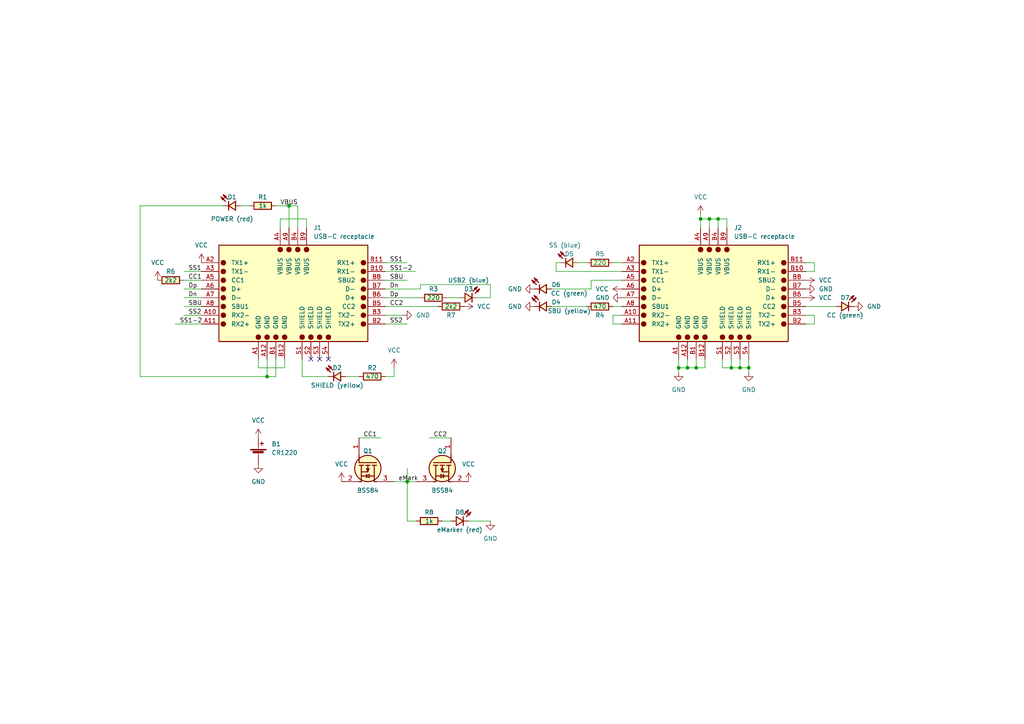
<source format=kicad_sch>
(kicad_sch (version 20211123) (generator eeschema)
  (paper "A4")
  (title_block (title "USB-C cable tester") (date "2022-05-31") (rev "2") (company "CuVoodoo") (comment 1 "King Kévin"))
  (lib_symbols
    (symbol "Device:Battery_Cell" (pin_numbers hide) (pin_names (offset 0) hide)
      (property "Reference" "BT" (at 2.54 2.54 0))
      (property "Value" "Battery_Cell" (at 2.54 0 0))
      (symbol "Battery_Cell_0_1"
        (rectangle (start -2.286 1.778) (end 2.286 1.524) (fill (type outline)))
        (rectangle (start -1.5748 1.1938) (end 1.4732 0.6858) (fill (type outline)))
        (polyline (pts (xy 0 0.762) (xy 0 0)))
        (polyline (pts (xy 0 1.778) (xy 0 2.54)))
        (polyline (pts (xy 0.508 3.429) (xy 1.524 3.429)) (stroke (width 0.254)))
        (polyline (pts (xy 1.016 3.937) (xy 1.016 2.921)) (stroke (width 0.254)))
      )
      (symbol "Battery_Cell_1_1"
        (pin passive line (at 0 5.08 270) (length 2.54) (name "+") (number "1"))
        (pin passive line (at 0 -2.54 90) (length 2.54) (name "-") (number "2"))
      )
    )
    (symbol "mylib:BSS84" (pin_names (offset 1.016) hide)
      (property "Reference" "VT" (at 1.778 4.572 0))
      (property "Value" "BSS84" (at 1.778 -4.572 0))
      (symbol "BSS84_1_1"
        (polyline (pts (xy -3.81 -2.54) (xy -1.7018 -2.54)) (stroke (width 0.3048)))
        (polyline (pts (xy -1.7018 2.54) (xy -1.7018 -2.54)) (stroke (width 0.3048)))
        (polyline (pts (xy -0.9398 -1.8796) (xy 3.81 -1.8796)) (stroke (width 0.3048)))
        (polyline (pts (xy -0.9398 -1.2192) (xy -0.9398 -2.54)) (stroke (width 0.3048)))
        (polyline (pts (xy -0.9398 0) (xy 0.9652 0)) (stroke (width 0.3048)))
        (polyline (pts (xy -0.9398 0.6604) (xy -0.9398 -0.6604)) (stroke (width 0.3048)))
        (polyline (pts (xy -0.9398 1.8796) (xy 3.81 1.8796)) (stroke (width 0.3048)))
        (polyline (pts (xy -0.9398 2.54) (xy -0.9398 1.2192)) (stroke (width 0.3048)))
        (polyline (pts (xy 0.9652 0) (xy 0.9652 -1.8796)) (stroke (width 0.3048)))
        (polyline (pts (xy 1.7272 -0.4064) (xy 2.667 -0.4064)) (stroke (width 0.3048)))
        (polyline (pts (xy 2.1844 -0.4064) (xy 2.1844 -1.8796)) (stroke (width 0.3048)))
        (polyline (pts (xy 2.1844 1.8796) (xy 2.1844 0.4064)) (stroke (width 0.3048)))
        (polyline (pts (xy 3.81 -1.8796) (xy 3.81 -2.54)) (stroke (width 0.3048)))
        (polyline (pts (xy 3.81 1.8796) (xy 3.81 2.54)) (stroke (width 0.3048)))
        (polyline (pts (xy 0 0.381) (xy 0.9652 0) (xy 0 -0.381)) (stroke (width 0.3048)) (fill (type outline)))
        (polyline (pts (xy 1.7272 0.4064) (xy 2.667 0.4064) (xy 2.1844 -0.4064) (xy 1.7272 0.4064)) (stroke (width 0.3048)))
        (circle (center 0 0) (radius 3.81) (stroke (width 0.3048)) (fill (type background)))
        (pin input line (at -8.89 -2.54 0) (length 5.08) (name "G") (number "1"))
        (pin unspecified line (at 3.81 -7.62 90) (length 5.08) (name "S") (number "2"))
        (pin unspecified line (at 3.81 7.62 270) (length 5.08) (name "D") (number "3"))
      )
    )
    (symbol "mylib:LED0805" (pin_numbers hide) (pin_names (offset 1.016) hide)
      (property "Reference" "D" (at 0 2.032 0))
      (property "Value" "LED0805" (at 0 -2.032 0))
      (symbol "LED0805_1_1"
        (polyline (pts (xy 1.016 1.27) (xy 1.016 -1.27)) (stroke (width 0.3048)))
        (polyline (pts (xy 1.27 1.905) (xy 2.54 3.175)) (stroke (width 0.3048)))
        (polyline (pts (xy 1.905 1.27) (xy 3.175 2.54)) (stroke (width 0.3048)))
        (polyline (pts (xy -1.016 1.27) (xy 1.016 0) (xy -1.016 -1.27) (xy -1.016 1.27)) (stroke (width 0.3048)) (fill (type background)))
        (polyline (pts (xy 1.7272 2.7178) (xy 2.54 3.175) (xy 2.0828 2.3622) (xy 1.7272 2.7178)) (stroke (width 0.3048)) (fill (type outline)))
        (polyline (pts (xy 2.3622 2.0828) (xy 3.175 2.54) (xy 2.7178 1.7272) (xy 2.3622 2.0828)) (stroke (width 0.3048)) (fill (type outline)))
        (pin passive line (at 2.54 0 180) (length 1.524) (name "C") (number "1"))
        (pin passive line (at -2.54 0 0) (length 1.524) (name "A") (number "2"))
      )
    )
    (symbol "mylib:R0603" (pin_numbers hide) (pin_names (offset 1.016) hide)
      (property "Reference" "R" (at 0 1.778 0))
      (property "Value" "R0603" (at 0 -1.778 0))
      (symbol "R0603_1_1"
        (rectangle (start -2.54 1.016) (end 2.54 -1.016) (stroke (width 0.3048)) (fill (type background)))
        (pin passive line (at -3.81 0 0) (length 1.27) (name "L") (number "1"))
        (pin passive line (at 3.81 0 180) (length 1.27) (name "R") (number "2"))
      )
    )
    (symbol "mylib:XKB_U262-24XN-4BV60" (pin_names (offset 3.556))
      (property "Reference" "J" (at 0 0.762 0))
      (property "Value" "XKB_U262-24XN-4BV60" (at 32.512 -28.702 0))
      (symbol "XKB_U262-24XN-4BV60_1_1"
        (rectangle (start 0 0) (end 43.18 -27.94) (stroke (width 0.3048)) (fill (type background)))
        (circle (center 1.27 -22.86) (radius 0.635) (stroke (width 0.3048)) (fill (type outline)))
        (circle (center 1.27 -20.32) (radius 0.635) (stroke (width 0.3048)) (fill (type outline)))
        (circle (center 1.27 -17.78) (radius 0.635) (stroke (width 0.3048)) (fill (type outline)))
        (circle (center 1.27 -15.24) (radius 0.635) (stroke (width 0.3048)) (fill (type outline)))
        (circle (center 1.27 -12.7) (radius 0.635) (stroke (width 0.3048)) (fill (type outline)))
        (circle (center 1.27 -10.16) (radius 0.635) (stroke (width 0.3048)) (fill (type outline)))
        (circle (center 1.27 -7.62) (radius 0.635) (stroke (width 0.3048)) (fill (type outline)))
        (circle (center 1.27 -5.08) (radius 0.635) (stroke (width 0.3048)) (fill (type outline)))
        (circle (center 11.43 -26.67) (radius 0.635) (stroke (width 0.3048)) (fill (type outline)))
        (circle (center 13.97 -26.67) (radius 0.635) (stroke (width 0.3048)) (fill (type outline)))
        (circle (center 16.51 -26.67) (radius 0.635) (stroke (width 0.3048)) (fill (type outline)))
        (circle (center 17.78 -1.27) (radius 0.635) (stroke (width 0.3048)) (fill (type outline)))
        (circle (center 19.05 -26.67) (radius 0.635) (stroke (width 0.3048)) (fill (type outline)))
        (circle (center 20.32 -1.27) (radius 0.635) (stroke (width 0.3048)) (fill (type outline)))
        (circle (center 22.86 -1.27) (radius 0.635) (stroke (width 0.3048)) (fill (type outline)))
        (circle (center 24.13 -26.67) (radius 0.635) (stroke (width 0.3048)) (fill (type outline)))
        (circle (center 25.4 -1.27) (radius 0.635) (stroke (width 0.3048)) (fill (type outline)))
        (circle (center 26.67 -26.67) (radius 0.635) (stroke (width 0.3048)) (fill (type outline)))
        (circle (center 29.21 -26.67) (radius 0.635) (stroke (width 0.3048)) (fill (type outline)))
        (circle (center 31.75 -26.67) (radius 0.635) (stroke (width 0.3048)) (fill (type outline)))
        (circle (center 41.91 -22.86) (radius 0.635) (stroke (width 0.3048)) (fill (type outline)))
        (circle (center 41.91 -20.32) (radius 0.635) (stroke (width 0.3048)) (fill (type outline)))
        (circle (center 41.91 -17.78) (radius 0.635) (stroke (width 0.3048)) (fill (type outline)))
        (circle (center 41.91 -15.24) (radius 0.635) (stroke (width 0.3048)) (fill (type outline)))
        (circle (center 41.91 -12.7) (radius 0.635) (stroke (width 0.3048)) (fill (type outline)))
        (circle (center 41.91 -10.16) (radius 0.635) (stroke (width 0.3048)) (fill (type outline)))
        (circle (center 41.91 -7.62) (radius 0.635) (stroke (width 0.3048)) (fill (type outline)))
        (circle (center 41.91 -5.08) (radius 0.635) (stroke (width 0.3048)) (fill (type outline)))
        (pin power_in line (at 11.43 -33.02 90) (length 5.08) (name "GND") (number "A1"))
        (pin input line (at -5.08 -20.32 0) (length 5.08) (name "RX2-") (number "A10"))
        (pin input line (at -5.08 -22.86 0) (length 5.08) (name "RX2+") (number "A11"))
        (pin power_in line (at 13.97 -33.02 90) (length 5.08) (name "GND") (number "A12"))
        (pin output line (at -5.08 -5.08 0) (length 5.08) (name "TX1+") (number "A2"))
        (pin output line (at -5.08 -7.62 0) (length 5.08) (name "TX1-") (number "A3"))
        (pin power_in line (at 17.78 5.08 270) (length 5.08) (name "VBUS") (number "A4"))
        (pin bidirectional line (at -5.08 -10.16 0) (length 5.08) (name "CC1") (number "A5"))
        (pin bidirectional line (at -5.08 -12.7 0) (length 5.08) (name "D+") (number "A6"))
        (pin bidirectional line (at -5.08 -15.24 0) (length 5.08) (name "D-") (number "A7"))
        (pin bidirectional line (at -5.08 -17.78 0) (length 5.08) (name "SBU1") (number "A8"))
        (pin power_in line (at 20.32 5.08 270) (length 5.08) (name "VBUS") (number "A9"))
        (pin power_in line (at 16.51 -33.02 90) (length 5.08) (name "GND") (number "B1"))
        (pin input line (at 48.26 -7.62 180) (length 5.08) (name "RX1-") (number "B10"))
        (pin input line (at 48.26 -5.08 180) (length 5.08) (name "RX1+") (number "B11"))
        (pin power_in line (at 19.05 -33.02 90) (length 5.08) (name "GND") (number "B12"))
        (pin output line (at 48.26 -22.86 180) (length 5.08) (name "TX2+") (number "B2"))
        (pin output line (at 48.26 -20.32 180) (length 5.08) (name "TX2-") (number "B3"))
        (pin power_in line (at 22.86 5.08 270) (length 5.08) (name "VBUS") (number "B4"))
        (pin bidirectional line (at 48.26 -17.78 180) (length 5.08) (name "CC2") (number "B5"))
        (pin bidirectional line (at 48.26 -15.24 180) (length 5.08) (name "D+") (number "B6"))
        (pin bidirectional line (at 48.26 -12.7 180) (length 5.08) (name "D-") (number "B7"))
        (pin bidirectional line (at 48.26 -10.16 180) (length 5.08) (name "SBU2") (number "B8"))
        (pin power_in line (at 25.4 5.08 270) (length 5.08) (name "VBUS") (number "B9"))
        (pin passive line (at 24.13 -33.02 90) (length 5.08) (name "SHIELD") (number "S1"))
        (pin passive line (at 26.67 -33.02 90) (length 5.08) (name "SHIELD") (number "S2"))
        (pin passive line (at 29.21 -33.02 90) (length 5.08) (name "SHIELD") (number "S3"))
        (pin passive line (at 31.75 -33.02 90) (length 5.08) (name "SHIELD") (number "S4"))
      )
    )
    (symbol "power:GND" (power) (pin_names (offset 0))
      (property "Value" "GND" (at 0 -3.81 0))
      (symbol "GND_0_1"
        (polyline (pts (xy 0 0) (xy 0 -1.27) (xy 1.27 -1.27) (xy 0 -2.54) (xy -1.27 -1.27) (xy 0 -1.27)))
      )
      (symbol "GND_1_1"
        (pin power_in line (at 0 0 270) (length 0) hide (name "GND") (number "1"))
      )
    )
    (symbol "power:VCC" (power) (pin_names (offset 0))
      (property "Value" "VCC" (at 0 3.81 0))
      (symbol "VCC_0_1"
        (polyline (pts (xy -0.762 1.27) (xy 0 2.54)))
        (polyline (pts (xy 0 0) (xy 0 2.54)))
        (polyline (pts (xy 0 2.54) (xy 0.762 1.27)))
      )
      (symbol "VCC_1_1"
        (pin power_in line (at 0 0 90) (length 0) hide (name "VCC") (number "1"))
      )
    )
  )
  (junction (at 201.93 106.68))
  (junction (at 77.47 109.22))
  (junction (at 217.17 106.68))
  (junction (at 196.85 106.68))
  (junction (at 118.11 139.7))
  (junction (at 205.74 63.5))
  (junction (at 199.39 106.68))
  (junction (at 214.63 106.68))
  (junction (at 83.82 59.69))
  (junction (at 203.2 63.5))
  (junction (at 212.09 106.68))
  (junction (at 208.28 63.5))
  (no_connect (at 92.71 104.14))
  (no_connect (at 90.17 104.14))
  (no_connect (at 95.25 104.14))
  (wire (pts (xy 142.24 82.55) (xy 121.92 82.55)))
  (wire (pts (xy 128.27 151.13) (xy 130.81 151.13)))
  (wire (pts (xy 236.22 93.98) (xy 233.68 93.98)))
  (wire (pts (xy 80.01 104.14) (xy 80.01 109.22)))
  (wire (pts (xy 40.64 109.22) (xy 77.47 109.22)))
  (wire (pts (xy 196.85 106.68) (xy 199.39 106.68)))
  (wire (pts (xy 53.34 88.9) (xy 58.42 88.9)))
  (wire (pts (xy 171.45 81.28) (xy 171.45 83.82)))
  (wire (pts (xy 210.82 63.5) (xy 208.28 63.5)))
  (wire (pts (xy 100.33 109.22) (xy 104.14 109.22)))
  (wire (pts (xy 135.89 151.13) (xy 142.24 151.13)))
  (wire (pts (xy 217.17 106.68) (xy 217.17 107.95)))
  (wire (pts (xy 236.22 91.44) (xy 236.22 93.98)))
  (wire (pts (xy 118.11 139.7) (xy 118.11 151.13)))
  (wire (pts (xy 209.55 106.68) (xy 212.09 106.68)))
  (wire (pts (xy 138.43 86.36) (xy 142.24 86.36)))
  (wire (pts (xy 236.22 76.2) (xy 236.22 78.74)))
  (wire (pts (xy 74.93 106.68) (xy 82.55 106.68)))
  (wire (pts (xy 111.76 76.2) (xy 118.11 76.2)))
  (wire (pts (xy 233.68 88.9) (xy 242.57 88.9)))
  (wire (pts (xy 86.36 66.04) (xy 86.36 59.69)))
  (wire (pts (xy 162.56 76.2) (xy 161.29 76.2)))
  (wire (pts (xy 203.2 62.23) (xy 203.2 63.5)))
  (wire (pts (xy 88.9 63.5) (xy 88.9 66.04)))
  (wire (pts (xy 53.34 91.44) (xy 58.42 91.44)))
  (wire (pts (xy 50.8 93.98) (xy 58.42 93.98)))
  (wire (pts (xy 86.36 59.69) (xy 83.82 59.69)))
  (wire (pts (xy 209.55 104.14) (xy 209.55 106.68)))
  (wire (pts (xy 118.11 135.89) (xy 118.11 139.7)))
  (wire (pts (xy 118.11 139.7) (xy 120.65 139.7)))
  (wire (pts (xy 199.39 106.68) (xy 199.39 104.14)))
  (wire (pts (xy 40.64 59.69) (xy 40.64 109.22)))
  (wire (pts (xy 83.82 59.69) (xy 80.01 59.69)))
  (wire (pts (xy 212.09 106.68) (xy 214.63 106.68)))
  (wire (pts (xy 81.28 63.5) (xy 88.9 63.5)))
  (wire (pts (xy 167.64 76.2) (xy 170.18 76.2)))
  (wire (pts (xy 80.01 109.22) (xy 77.47 109.22)))
  (wire (pts (xy 196.85 107.95) (xy 196.85 106.68)))
  (wire (pts (xy 114.3 139.7) (xy 118.11 139.7)))
  (wire (pts (xy 111.76 86.36) (xy 121.92 86.36)))
  (wire (pts (xy 177.8 93.98) (xy 180.34 93.98)))
  (wire (pts (xy 171.45 83.82) (xy 160.02 83.82)))
  (wire (pts (xy 111.76 93.98) (xy 118.11 93.98)))
  (wire (pts (xy 208.28 66.04) (xy 208.28 63.5)))
  (wire (pts (xy 180.34 81.28) (xy 171.45 81.28)))
  (wire (pts (xy 111.76 109.22) (xy 114.3 109.22)))
  (wire (pts (xy 214.63 106.68) (xy 217.17 106.68)))
  (wire (pts (xy 129.54 86.36) (xy 133.35 86.36)))
  (wire (pts (xy 203.2 63.5) (xy 203.2 66.04)))
  (wire (pts (xy 64.77 59.69) (xy 40.64 59.69)))
  (wire (pts (xy 53.34 78.74) (xy 58.42 78.74)))
  (wire (pts (xy 196.85 106.68) (xy 196.85 104.14)))
  (wire (pts (xy 212.09 104.14) (xy 212.09 106.68)))
  (wire (pts (xy 233.68 91.44) (xy 236.22 91.44)))
  (wire (pts (xy 111.76 83.82) (xy 121.92 83.82)))
  (wire (pts (xy 82.55 104.14) (xy 82.55 106.68)))
  (wire (pts (xy 81.28 66.04) (xy 81.28 63.5)))
  (wire (pts (xy 201.93 106.68) (xy 201.93 104.14)))
  (wire (pts (xy 142.24 86.36) (xy 142.24 82.55)))
  (wire (pts (xy 104.14 127) (xy 110.49 127)))
  (wire (pts (xy 201.93 106.68) (xy 204.47 106.68)))
  (wire (pts (xy 53.34 86.36) (xy 58.42 86.36)))
  (wire (pts (xy 83.82 66.04) (xy 83.82 59.69)))
  (wire (pts (xy 199.39 106.68) (xy 201.93 106.68)))
  (wire (pts (xy 180.34 76.2) (xy 177.8 76.2)))
  (wire (pts (xy 204.47 106.68) (xy 204.47 104.14)))
  (wire (pts (xy 161.29 76.2) (xy 161.29 78.74)))
  (wire (pts (xy 180.34 78.74) (xy 161.29 78.74)))
  (wire (pts (xy 53.34 83.82) (xy 58.42 83.82)))
  (wire (pts (xy 121.92 82.55) (xy 121.92 83.82)))
  (wire (pts (xy 53.34 81.28) (xy 58.42 81.28)))
  (wire (pts (xy 160.02 88.9) (xy 170.18 88.9)))
  (wire (pts (xy 177.8 91.44) (xy 177.8 93.98)))
  (wire (pts (xy 87.63 109.22) (xy 95.25 109.22)))
  (wire (pts (xy 205.74 66.04) (xy 205.74 63.5)))
  (wire (pts (xy 111.76 88.9) (xy 127 88.9)))
  (wire (pts (xy 177.8 88.9) (xy 180.34 88.9)))
  (wire (pts (xy 124.46 127) (xy 130.81 127)))
  (wire (pts (xy 208.28 63.5) (xy 205.74 63.5)))
  (wire (pts (xy 210.82 66.04) (xy 210.82 63.5)))
  (wire (pts (xy 87.63 104.14) (xy 87.63 109.22)))
  (wire (pts (xy 116.84 91.44) (xy 111.76 91.44)))
  (wire (pts (xy 180.34 91.44) (xy 177.8 91.44)))
  (wire (pts (xy 236.22 78.74) (xy 233.68 78.74)))
  (wire (pts (xy 233.68 76.2) (xy 236.22 76.2)))
  (wire (pts (xy 111.76 81.28) (xy 118.11 81.28)))
  (wire (pts (xy 69.85 59.69) (xy 72.39 59.69)))
  (wire (pts (xy 118.11 151.13) (xy 120.65 151.13)))
  (wire (pts (xy 217.17 104.14) (xy 217.17 106.68)))
  (wire (pts (xy 214.63 104.14) (xy 214.63 106.68)))
  (wire (pts (xy 74.93 104.14) (xy 74.93 106.68)))
  (wire (pts (xy 111.76 78.74) (xy 120.65 78.74)))
  (wire (pts (xy 77.47 109.22) (xy 77.47 104.14)))
  (wire (pts (xy 205.74 63.5) (xy 203.2 63.5)))
  (wire (pts (xy 114.3 109.22) (xy 114.3 106.68)))
  (label "CC2" (at 113.03 88.9 0))
  (label "CC2" (at 125.73 127 0))
  (label "SS2" (at 54.61 91.44 0))
  (label "SS1" (at 113.03 76.2 0))
  (label "SBU" (at 113.03 81.28 0))
  (label "Dp" (at 113.03 86.36 0))
  (label "Dn" (at 113.03 83.82 0))
  (label "CC1" (at 54.61 81.28 0))
  (label "SS2" (at 113.03 93.98 0))
  (label "SS1-2" (at 52.07 93.98 0))
  (label "VBUS" (at 81.28 59.69 0))
  (label "SS1-2" (at 113.03 78.74 0))
  (label "Dp" (at 54.61 83.82 0))
  (label "SBU" (at 54.61 88.9 0))
  (label "eMark" (at 115.57 139.7 0))
  (label "SS1" (at 54.61 78.74 0))
  (label "CC1" (at 105.41 127 0))
  (label "Dn" (at 54.61 86.36 0))
  (symbol (lib_id "mylib:R0603") (at 76.2 59.69 0) (unit 1)
    (property "Reference" "R1" (at 76.2 57.15 0))
    (property "Value" "1k" (at 76.2 59.69 0))
    (property "Footprint" "mylib:UC1608X55N" (effects hide))
    (property "LCSC" "C21190" (effects hide))
  )
  (symbol (lib_id "mylib:R0603") (at 49.53 81.28 0) (unit 1)
    (property "Reference" "R6" (at 49.53 78.74 0))
    (property "Value" "2k2" (at 49.53 81.28 0))
    (property "Footprint" "mylib:UC1608X55N" (effects hide))
    (property "LCSC" "C4190" (effects hide))
  )
  (symbol (lib_id "mylib:LED0805") (at 165.1 76.2 0) (mirror y) (unit 1)
    (property "Reference" "D5" (at 165.1 73.66 0))
    (property "Value" "SS (blue)" (at 163.83 71.12 0))
    (property "Footprint" "mylib:LEDC2012X80N" (effects hide))
    (property "LCSC" "C2293" (effects hide))
  )
  (symbol (lib_id "mylib:BSS84") (at 106.68 135.89 270) (unit 1)
    (property "Reference" "Q1" (at 106.68 130.81 90))
    (property "Value" "BSS84" (at 106.68 142.24 90))
    (property "Footprint" "mylib:SOT95P237X112-3N" (effects hide))
    (property "Datasheet" "https://assets.nexperia.com/documents/data-sheet/BSS84.pdf" (effects hide))
    (property "LCSC" "C8492" (effects hide))
  )
  (symbol (lib_id "mylib:LED0805") (at 97.79 109.22 0) (mirror y) (unit 1)
    (property "Reference" "D2" (at 97.79 106.68 0))
    (property "Value" "SHIELD (yellow)" (at 97.79 111.76 0))
    (property "Footprint" "mylib:LEDC2012X80N" (effects hide))
    (property "LCSC" "C2296" (effects hide))
  )
  (symbol (lib_id "mylib:R0603") (at 130.81 88.9 0) (unit 1)
    (property "Reference" "R7" (at 130.81 91.44 0))
    (property "Value" "2k2" (at 130.81 88.9 0))
    (property "Footprint" "mylib:UC1608X55N" (effects hide))
    (property "LCSC" "C4190" (effects hide))
  )
  (symbol (lib_id "power:GND") (at 233.68 83.82 90) (unit 1)
    (property "Reference" "#PWR0118" (effects hide))
    (property "Value" "GND" (at 237.49 83.8199 90) (effects (justify right)))
  )
  (symbol (lib_id "power:VCC") (at 114.3 106.68 0) (unit 1)
    (property "Reference" "#PWR0105" (effects hide))
    (property "Value" "VCC" (at 114.3 101.6 0))
  )
  (symbol (lib_id "power:GND") (at 196.85 107.95 0) (unit 1)
    (property "Reference" "#PWR0121" (effects hide))
    (property "Value" "GND" (at 196.85 113.03 0))
  )
  (symbol (lib_id "Device:Battery_Cell") (at 74.93 132.08 0) (unit 1)
    (property "Reference" "B1" (at 78.74 128.7779 0) (effects (justify left)))
    (property "Value" "CR1220" (at 78.74 131.3179 0) (effects (justify left)))
    (property "Footprint" "mylib:CONNECTOR_MY-1220-03" (effects hide))
    (property "LCSC" "C964818" (effects hide))
  )
  (symbol (lib_id "power:GND") (at 180.34 86.36 270) (mirror x) (unit 1)
    (property "Reference" "#PWR0108" (effects hide))
    (property "Value" "GND" (at 172.72 86.36 90) (effects (justify left)))
  )
  (symbol (lib_id "power:GND") (at 247.65 88.9 90) (unit 1)
    (property "Reference" "#PWR0120" (effects hide))
    (property "Value" "GND" (at 251.46 88.8999 90) (effects (justify right)))
  )
  (symbol (lib_id "power:GND") (at 116.84 91.44 90) (unit 1)
    (property "Reference" "#PWR0104" (effects hide))
    (property "Value" "GND" (at 120.65 91.4399 90) (effects (justify right)))
  )
  (symbol (lib_id "mylib:LED0805") (at 157.48 88.9 0) (mirror y) (unit 1)
    (property "Reference" "D4" (at 161.29 87.63 0))
    (property "Value" "SBU (yellow)" (at 165.1 90.17 0))
    (property "Footprint" "mylib:LEDC2012X80N" (effects hide))
    (property "LCSC" "C2296" (effects hide))
  )
  (symbol (lib_id "power:VCC") (at 58.42 76.2 0) (unit 1)
    (property "Reference" "#PWR0101" (effects hide))
    (property "Value" "VCC" (at 58.42 71.12 0))
  )
  (symbol (lib_id "mylib:R0603") (at 107.95 109.22 0) (unit 1)
    (property "Reference" "R2" (at 107.95 106.68 0))
    (property "Value" "470" (at 107.95 109.22 0))
    (property "Footprint" "mylib:UC1608X55N" (effects hide))
    (property "LCSC" "C23179" (effects hide))
  )
  (symbol (lib_id "mylib:LED0805") (at 157.48 83.82 0) (mirror y) (unit 1)
    (property "Reference" "D6" (at 161.29 82.55 0))
    (property "Value" "CC (green)" (at 165.1 85.09 0))
    (property "Footprint" "mylib:LEDC2012X80N" (effects hide))
    (property "LCSC" "C2297" (effects hide))
  )
  (symbol (lib_id "power:VCC") (at 134.62 88.9 270) (unit 1)
    (property "Reference" "#PWR0103" (effects hide))
    (property "Value" "VCC" (at 138.43 88.8999 90) (effects (justify left)))
  )
  (symbol (lib_id "power:VCC") (at 203.2 62.23 0) (unit 1)
    (property "Reference" "#PWR0115" (effects hide))
    (property "Value" "VCC" (at 203.2 57.15 0))
  )
  (symbol (lib_id "mylib:XKB_U262-24XN-4BV60") (at 63.5 71.12 0) (unit 1)
    (property "Reference" "J1" (at 90.9194 66.04 0) (effects (justify left)))
    (property "Value" "USB-C receptacle" (at 90.9194 68.58 0) (effects (justify left)))
    (property "Footprint" "mylib:CONNECTOR_XKB_U262-24XN-4BV60" (effects hide))
    (property "Datasheet" "https://datasheet.lcsc.com/szlcsc/1905061605_XKB-Enterprise-U262-241N-4BV60_C388659.pdf" (effects hide))
    (property "LCSC" "C388659" (effects hide))
  )
  (symbol (lib_id "mylib:LED0805") (at 135.89 86.36 0) (unit 1)
    (property "Reference" "D3" (at 135.89 83.82 0))
    (property "Value" "USB2 (blue)" (at 135.89 81.28 0))
    (property "Footprint" "mylib:LEDC2012X80N" (effects hide))
    (property "LCSC" "C2293" (effects hide))
  )
  (symbol (lib_id "power:VCC") (at 99.06 139.7 0) (unit 1)
    (property "Reference" "#PWR0110" (effects hide))
    (property "Value" "VCC" (at 99.06 134.62 0))
  )
  (symbol (lib_id "power:VCC") (at 45.72 81.28 0) (unit 1)
    (property "Reference" "#PWR0102" (effects hide))
    (property "Value" "VCC" (at 45.72 76.2 0))
  )
  (symbol (lib_id "power:VCC") (at 233.68 86.36 270) (unit 1)
    (property "Reference" "#PWR0119" (effects hide))
    (property "Value" "VCC" (at 237.49 86.3599 90) (effects (justify left)))
  )
  (symbol (lib_id "mylib:LED0805") (at 133.35 151.13 0) (unit 1)
    (property "Reference" "D8" (at 133.35 148.59 0))
    (property "Value" "eMarker (red)" (at 133.35 153.67 0))
    (property "Footprint" "mylib:LEDC2012X80N" (effects hide))
    (property "LCSC" "C84256" (effects hide))
  )
  (symbol (lib_id "mylib:XKB_U262-24XN-4BV60") (at 185.42 71.12 0) (unit 1)
    (property "Reference" "J2" (at 212.8394 66.04 0) (effects (justify left)))
    (property "Value" "USB-C receptacle" (at 212.8394 68.58 0) (effects (justify left)))
    (property "Footprint" "mylib:CONNECTOR_XKB_U262-24XN-4BV60" (effects hide))
    (property "Datasheet" "https://datasheet.lcsc.com/szlcsc/1905061605_XKB-Enterprise-U262-241N-4BV60_C388659.pdf" (effects hide))
    (property "LCSC" "C388659" (effects hide))
  )
  (symbol (lib_id "power:GND") (at 74.93 134.62 0) (unit 1)
    (property "Reference" "#PWR0122" (effects hide))
    (property "Value" "GND" (at 74.93 139.7 0))
  )
  (symbol (lib_id "power:GND") (at 154.94 88.9 270) (mirror x) (unit 1)
    (property "Reference" "#PWR0106" (effects hide))
    (property "Value" "GND" (at 147.32 88.9 90) (effects (justify left)))
  )
  (symbol (lib_id "mylib:R0603") (at 173.99 76.2 0) (unit 1)
    (property "Reference" "R5" (at 173.99 73.66 0))
    (property "Value" "220" (at 173.99 76.2 0))
    (property "Footprint" "mylib:UC1608X55N" (effects hide))
    (property "LCSC" "C22962" (effects hide))
  )
  (symbol (lib_id "mylib:R0603") (at 124.46 151.13 0) (unit 1)
    (property "Reference" "R8" (at 124.46 148.59 0))
    (property "Value" "1k" (at 124.46 151.13 0))
    (property "Footprint" "mylib:UC1608X55N" (effects hide))
    (property "LCSC" "C21190" (effects hide))
  )
  (symbol (lib_id "power:VCC") (at 233.68 81.28 270) (unit 1)
    (property "Reference" "#PWR0117" (effects hide))
    (property "Value" "VCC" (at 237.49 81.2799 90) (effects (justify left)))
  )
  (symbol (lib_id "mylib:LED0805") (at 67.31 59.69 0) (mirror y) (unit 1)
    (property "Reference" "D1" (at 67.31 57.15 0))
    (property "Value" "POWER (red)" (at 67.31 63.5 0))
    (property "Footprint" "mylib:LEDC2012X80N" (effects hide))
    (property "LCSC" "C84256" (effects hide))
  )
  (symbol (lib_id "power:GND") (at 154.94 83.82 270) (mirror x) (unit 1)
    (property "Reference" "#PWR0107" (effects hide))
    (property "Value" "GND" (at 147.32 83.82 90) (effects (justify left)))
  )
  (symbol (lib_id "mylib:R0603") (at 125.73 86.36 0) (unit 1)
    (property "Reference" "R3" (at 125.73 83.82 0))
    (property "Value" "220" (at 125.73 86.36 0))
    (property "Footprint" "mylib:UC1608X55N" (effects hide))
    (property "LCSC" "C22962" (effects hide))
  )
  (symbol (lib_id "mylib:BSS84") (at 128.27 135.89 90) (mirror x) (unit 1)
    (property "Reference" "Q2" (at 128.27 130.81 90))
    (property "Value" "BSS84" (at 128.27 142.24 90))
    (property "Footprint" "mylib:SOT95P237X112-3N" (effects hide))
    (property "Datasheet" "https://assets.nexperia.com/documents/data-sheet/BSS84.pdf" (effects hide))
    (property "LCSC" "C8492" (effects hide))
  )
  (symbol (lib_id "power:VCC") (at 74.93 127 0) (unit 1)
    (property "Reference" "#PWR0123" (effects hide))
    (property "Value" "VCC" (at 74.93 121.92 0))
  )
  (symbol (lib_id "power:GND") (at 217.17 107.95 0) (unit 1)
    (property "Reference" "#PWR0116" (effects hide))
    (property "Value" "GND" (at 217.17 113.03 0))
  )
  (symbol (lib_id "mylib:R0603") (at 173.99 88.9 0) (unit 1)
    (property "Reference" "R4" (at 173.99 91.44 0))
    (property "Value" "470" (at 173.99 88.9 0))
    (property "Footprint" "mylib:UC1608X55N" (effects hide))
    (property "LCSC" "C23179" (effects hide))
  )
  (symbol (lib_id "power:VCC") (at 135.89 139.7 0) (unit 1)
    (property "Reference" "#PWR0112" (effects hide))
    (property "Value" "VCC" (at 135.89 134.62 0))
  )
  (symbol (lib_id "power:GND") (at 142.24 151.13 0) (unit 1)
    (property "Reference" "#PWR0111" (effects hide))
    (property "Value" "GND" (at 142.24 156.21 0))
  )
  (symbol (lib_id "mylib:LED0805") (at 245.11 88.9 0) (unit 1)
    (property "Reference" "D7" (at 245.11 86.36 0))
    (property "Value" "CC (green)" (at 245.11 91.44 0))
    (property "Footprint" "mylib:LEDC2012X80N" (effects hide))
    (property "LCSC" "C2297" (effects hide))
  )
  (symbol (lib_id "power:VCC") (at 180.34 83.82 90) (unit 1)
    (property "Reference" "#PWR0109" (effects hide))
    (property "Value" "VCC" (at 172.72 83.82 90) (effects (justify right)))
  )
)
</source>
